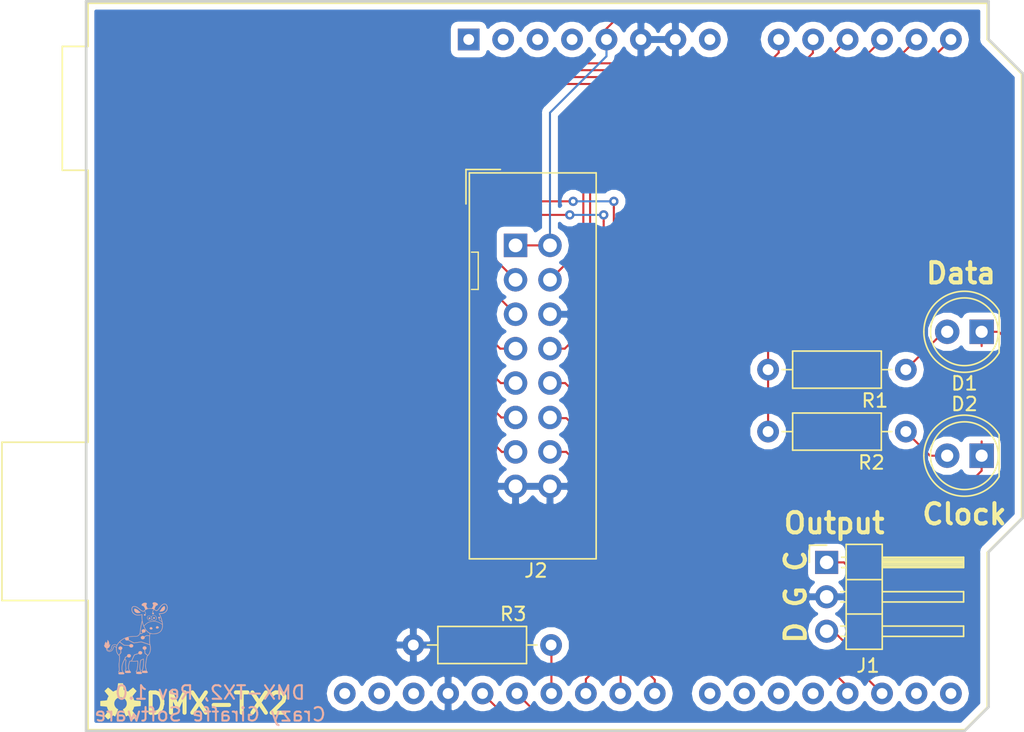
<source format=kicad_pcb>
(kicad_pcb (version 20171130) (host pcbnew "(5.0.0)")
  (title_block (title "DMX Demonstrator - Transmitter for Control-Pro (DMX-TX2)") (date 2020-09-25) (rev 1.0) (company "Crazy Giraffe Software") (comment 2 "Designed by: SparkyBobo") (comment 3 "https://creativecommons.org/licenses/by-sa/4.0/ ") (comment 4 "Released under the Creative Commons Attribution Share-Alike 4.0 License"))
  (layers (0 F.Cu signal) (31 B.Cu signal) (34 B.Paste user) (35 F.Paste user) (36 B.SilkS user) (37 F.SilkS user) (38 B.Mask user) (39 F.Mask user) (44 Edge.Cuts user))
  (net 0 "")
  (net 1 +5V)
  (net 2 /A1)
  (net 3 GND)
  (net 4 /A0)
  (net 5 "Net-(D1-Pad2)")
  (net 6 "Net-(D2-Pad2)")
  (net 7 "Net-(A1-Pad32)")
  (net 8 "Net-(A1-Pad31)")
  (net 9 "Net-(A1-Pad1)")
  (net 10 "Net-(A1-Pad2)")
  (net 11 "Net-(A1-Pad3)")
  (net 12 "Net-(A1-Pad4)")
  (net 13 "Net-(A1-Pad8)")
  (net 14 "Net-(A1-Pad26)")
  (net 15 /A2)
  (net 16 /A4)
  (net 17 "Net-(A1-Pad15)")
  (net 18 "Net-(A1-Pad16)")
  (net 19 /A5)
  (net 20 /~DATA)
  (net 21 /~CLOCK)
  (net 22 /~CLK_SLO)
  (net 23 /~CLK_FST)
  (net 24 /RX)
  (net 25 /RXCLK)
  (net 26 "Net-(A1-Pad30)")
  (net 27 "Net-(A1-Pad19)")
  (net 28 "Net-(A1-Pad20)")
  (net 29 "Net-(A1-Pad21)")
  (net 30 "Net-(A1-Pad22)")
  (net 31 /~HWD_DT)
  (net 32 /A3)
  (module Connector_IDC:IDC-Header_2x08_P2.54mm_Vertical (layer F.Cu) (at 148 81)
    (fp_text reference J2 (at 1.5 24) (layer F.SilkS))
    (fp_text value INPUT)
    (pad 1 thru_hole rect (at 0 0) (size 1.7272 1.7272) (drill 1.016) (layers *.Cu *.Mask) (net 1 +5V))
    (pad 2 thru_hole oval (at 2.54 0) (size 1.7272 1.7272) (drill 1.016) (layers *.Cu *.Mask) (net 1 +5V))
    (pad 3 thru_hole oval (at 0 2.54) (size 1.7272 1.7272) (drill 1.016) (layers *.Cu *.Mask) (net 21 /~CLOCK))
    (pad 4 thru_hole oval (at 2.54 2.54) (size 1.7272 1.7272) (drill 1.016) (layers *.Cu *.Mask) (net 16 /A4))
    (pad 5 thru_hole oval (at 0 5.08) (size 1.7272 1.7272) (drill 1.016) (layers *.Cu *.Mask) (net 20 /~DATA))
    (pad 6 thru_hole oval (at 2.54 5.08) (size 1.7272 1.7272) (drill 1.016) (layers *.Cu *.Mask) (net 3 GND))
    (pad 7 thru_hole oval (at 0 7.62) (size 1.7272 1.7272) (drill 1.016) (layers *.Cu *.Mask) (net 32 /A3))
    (pad 8 thru_hole oval (at 2.54 7.62) (size 1.7272 1.7272) (drill 1.016) (layers *.Cu *.Mask) (net 19 /A5))
    (pad 9 thru_hole oval (at 0 10.16) (size 1.7272 1.7272) (drill 1.016) (layers *.Cu *.Mask) (net 15 /A2))
    (pad 10 thru_hole oval (at 2.54 10.16) (size 1.7272 1.7272) (drill 1.016) (layers *.Cu *.Mask) (net 22 /~CLK_SLO))
    (pad 11 thru_hole oval (at 0 12.7) (size 1.7272 1.7272) (drill 1.016) (layers *.Cu *.Mask) (net 2 /A1))
    (pad 12 thru_hole oval (at 2.54 12.7) (size 1.7272 1.7272) (drill 1.016) (layers *.Cu *.Mask) (net 23 /~CLK_FST))
    (pad 13 thru_hole oval (at 0 15.24) (size 1.7272 1.7272) (drill 1.016) (layers *.Cu *.Mask) (net 4 /A0))
    (pad 14 thru_hole oval (at 2.54 15.24) (size 1.7272 1.7272) (drill 1.016) (layers *.Cu *.Mask) (net 31 /~HWD_DT))
    (pad 15 thru_hole oval (at 0 17.78) (size 1.7272 1.7272) (drill 1.016) (layers *.Cu *.Mask) (net 3 GND))
    (pad 16 thru_hole oval (at 2.54 17.78) (size 1.7272 1.7272) (drill 1.016) (layers *.Cu *.Mask) (net 3 GND))
  )
  (module Resistor_THT:R_Axial_DIN0207_L6.3mm_D2.5mm_P10.16mm_Horizontal (layer F.Cu) (at 166.624 94.742)
    (fp_text reference R2 (at 7.62 2.286) (layer F.SilkS))
    (fp_text value 330)
    (pad 2 thru_hole oval (at 10.16 0) (size 1.6 1.6) (drill 0.8) (layers *.Cu *.Mask) (net 6 "Net-(D2-Pad2)"))
    (pad 1 thru_hole circle (at 0 0) (size 1.6 1.6) (drill 0.8) (layers *.Cu *.Mask) (net 1 +5V))
  )
  (module Resistor_THT:R_Axial_DIN0207_L6.3mm_D2.5mm_P10.16mm_Horizontal (layer F.Cu) (at 150.622 110.49 180)
    (fp_text reference R3 (at 2.794 2.286 180) (layer F.SilkS))
    (fp_text value 330)
    (pad 2 thru_hole oval (at 10.16 0 180) (size 1.6 1.6) (drill 0.8) (layers *.Cu *.Mask) (net 3 GND))
    (pad 1 thru_hole circle (at 0 0 180) (size 1.6 1.6) (drill 0.8) (layers *.Cu *.Mask) (net 14 "Net-(A1-Pad26)"))
  )
  (module Resistor_THT:R_Axial_DIN0207_L6.3mm_D2.5mm_P10.16mm_Horizontal (layer F.Cu) (at 166.624 90.17)
    (fp_text reference R1 (at 7.874 2.286) (layer F.SilkS))
    (fp_text value 330)
    (pad 1 thru_hole circle (at 0 0) (size 1.6 1.6) (drill 0.8) (layers *.Cu *.Mask) (net 1 +5V))
    (pad 2 thru_hole oval (at 10.16 0) (size 1.6 1.6) (drill 0.8) (layers *.Cu *.Mask) (net 5 "Net-(D1-Pad2)"))
  )
  (module LED_THT:LED_D5.0mm (layer F.Cu) (at 182.372 87.376 180)
    (fp_text reference D1 (at 1.27 -3.81 180) (layer F.SilkS))
    (fp_text value DATA)
    (pad 1 thru_hole rect (at 0 0 180) (size 1.8 1.8) (drill 0.9) (layers *.Cu *.Mask) (net 20 /~DATA))
    (pad 2 thru_hole circle (at 2.54 0 180) (size 1.8 1.8) (drill 0.9) (layers *.Cu *.Mask) (net 5 "Net-(D1-Pad2)"))
  )
  (module Connector_PinHeader_2.54mm:PinHeader_1x03_P2.54mm_Horizontal (layer F.Cu) (at 170.942 104.394)
    (fp_text reference J1 (at 3.048 7.62 180) (layer F.SilkS))
    (fp_text value Output)
    (pad 1 thru_hole rect (at 0 0) (size 1.7 1.7) (drill 1) (layers *.Cu *.Mask) (net 25 /RXCLK))
    (pad 2 thru_hole oval (at 0 2.54) (size 1.7 1.7) (drill 1) (layers *.Cu *.Mask) (net 3 GND))
    (pad 3 thru_hole oval (at 0 5.08) (size 1.7 1.7) (drill 1) (layers *.Cu *.Mask) (net 24 /RX))
  )
  (module LED_THT:LED_D5.0mm (layer F.Cu) (at 182.372 96.52 180)
    (fp_text reference D2 (at 1.27 3.81 180) (layer F.SilkS))
    (fp_text value CLOCK)
    (pad 2 thru_hole circle (at 2.54 0 180) (size 1.8 1.8) (drill 0.9) (layers *.Cu *.Mask) (net 6 "Net-(D2-Pad2)"))
    (pad 1 thru_hole rect (at 0 0 180) (size 1.8 1.8) (drill 0.9) (layers *.Cu *.Mask) (net 21 /~CLOCK))
  )
  (module Module:Arduino_UNO_R3 (layer F.Cu) (at 144.547001 65.807001)
    (fp_text reference A1 hide)
    (fp_text value Arduino_UNO_R3)
    (pad 32 thru_hole oval (at -9.14 48.26 90) (size 1.6 1.6) (drill 0.8) (layers *.Cu *.Mask) (net 7 "Net-(A1-Pad32)"))
    (pad 31 thru_hole oval (at -6.6 48.26 90) (size 1.6 1.6) (drill 0.8) (layers *.Cu *.Mask) (net 8 "Net-(A1-Pad31)"))
    (pad 1 thru_hole rect (at 0 0 90) (size 1.6 1.6) (drill 0.8) (layers *.Cu *.Mask) (net 9 "Net-(A1-Pad1)"))
    (pad 17 thru_hole oval (at 30.48 48.26 90) (size 1.6 1.6) (drill 0.8) (layers *.Cu *.Mask) (net 20 /~DATA))
    (pad 2 thru_hole oval (at 2.54 0 90) (size 1.6 1.6) (drill 0.8) (layers *.Cu *.Mask) (net 10 "Net-(A1-Pad2)"))
    (pad 18 thru_hole oval (at 27.94 48.26 90) (size 1.6 1.6) (drill 0.8) (layers *.Cu *.Mask) (net 21 /~CLOCK))
    (pad 3 thru_hole oval (at 5.08 0 90) (size 1.6 1.6) (drill 0.8) (layers *.Cu *.Mask) (net 11 "Net-(A1-Pad3)"))
    (pad 19 thru_hole oval (at 25.4 48.26 90) (size 1.6 1.6) (drill 0.8) (layers *.Cu *.Mask) (net 27 "Net-(A1-Pad19)"))
    (pad 4 thru_hole oval (at 7.62 0 90) (size 1.6 1.6) (drill 0.8) (layers *.Cu *.Mask) (net 12 "Net-(A1-Pad4)"))
    (pad 20 thru_hole oval (at 22.86 48.26 90) (size 1.6 1.6) (drill 0.8) (layers *.Cu *.Mask) (net 28 "Net-(A1-Pad20)"))
    (pad 5 thru_hole oval (at 10.16 0 90) (size 1.6 1.6) (drill 0.8) (layers *.Cu *.Mask) (net 1 +5V))
    (pad 21 thru_hole oval (at 20.32 48.26 90) (size 1.6 1.6) (drill 0.8) (layers *.Cu *.Mask) (net 29 "Net-(A1-Pad21)"))
    (pad 6 thru_hole oval (at 12.7 0 90) (size 1.6 1.6) (drill 0.8) (layers *.Cu *.Mask) (net 3 GND))
    (pad 22 thru_hole oval (at 17.78 48.26 90) (size 1.6 1.6) (drill 0.8) (layers *.Cu *.Mask) (net 30 "Net-(A1-Pad22)"))
    (pad 7 thru_hole oval (at 15.24 0 90) (size 1.6 1.6) (drill 0.8) (layers *.Cu *.Mask) (net 3 GND))
    (pad 23 thru_hole oval (at 13.72 48.26 90) (size 1.6 1.6) (drill 0.8) (layers *.Cu *.Mask) (net 22 /~CLK_SLO))
    (pad 8 thru_hole oval (at 17.78 0 90) (size 1.6 1.6) (drill 0.8) (layers *.Cu *.Mask) (net 13 "Net-(A1-Pad8)"))
    (pad 24 thru_hole oval (at 11.18 48.26 90) (size 1.6 1.6) (drill 0.8) (layers *.Cu *.Mask) (net 23 /~CLK_FST))
    (pad 9 thru_hole oval (at 22.86 0 90) (size 1.6 1.6) (drill 0.8) (layers *.Cu *.Mask) (net 4 /A0))
    (pad 25 thru_hole oval (at 8.64 48.26 90) (size 1.6 1.6) (drill 0.8) (layers *.Cu *.Mask) (net 31 /~HWD_DT))
    (pad 10 thru_hole oval (at 25.4 0 90) (size 1.6 1.6) (drill 0.8) (layers *.Cu *.Mask) (net 2 /A1))
    (pad 26 thru_hole oval (at 6.1 48.26 90) (size 1.6 1.6) (drill 0.8) (layers *.Cu *.Mask) (net 14 "Net-(A1-Pad26)"))
    (pad 11 thru_hole oval (at 27.94 0 90) (size 1.6 1.6) (drill 0.8) (layers *.Cu *.Mask) (net 15 /A2))
    (pad 27 thru_hole oval (at 3.56 48.26 90) (size 1.6 1.6) (drill 0.8) (layers *.Cu *.Mask) (net 24 /RX))
    (pad 12 thru_hole oval (at 30.48 0 90) (size 1.6 1.6) (drill 0.8) (layers *.Cu *.Mask) (net 32 /A3))
    (pad 28 thru_hole oval (at 1.02 48.26 90) (size 1.6 1.6) (drill 0.8) (layers *.Cu *.Mask) (net 25 /RXCLK))
    (pad 13 thru_hole oval (at 33.02 0 90) (size 1.6 1.6) (drill 0.8) (layers *.Cu *.Mask) (net 16 /A4))
    (pad 29 thru_hole oval (at -1.52 48.26 90) (size 1.6 1.6) (drill 0.8) (layers *.Cu *.Mask) (net 3 GND))
    (pad 14 thru_hole oval (at 35.56 0 90) (size 1.6 1.6) (drill 0.8) (layers *.Cu *.Mask) (net 19 /A5))
    (pad 30 thru_hole oval (at -4.06 48.26 90) (size 1.6 1.6) (drill 0.8) (layers *.Cu *.Mask) (net 26 "Net-(A1-Pad30)"))
    (pad 15 thru_hole oval (at 35.56 48.26 90) (size 1.6 1.6) (drill 0.8) (layers *.Cu *.Mask) (net 17 "Net-(A1-Pad15)"))
    (pad 16 thru_hole oval (at 33.02 48.26 90) (size 1.6 1.6) (drill 0.8) (layers *.Cu *.Mask) (net 18 "Net-(A1-Pad16)"))
  )
  (module Aesthetics:OSHW-LOGO-S (layer F.Cu) (at 118.872 114.808)
    (fp_text reference "" (at 0 0) (layer F.SilkS) (effects (font (size 1.524 1.524))))
    (fp_text value "" (at 0 0) (layer F.SilkS) (effects (font (size 1.524 1.524))))
  )
  (module footprints:logo_cr_5x5 (layer B.Cu) (at 120 110 180)
    (fp_text reference G*** hide)
    (fp_text value LOGO hide)
  )
  (gr_line (start 145.25 81.5) (end 144.75 81.5) (layer F.SilkS) (width 0.1))
  (gr_line (start 144.75 84.25) (end 145.25 84.25) (layer F.SilkS) (width 0.1))
  (gr_line (start 145.25 81.5) (end 145.25 84.25) (layer F.SilkS) (width 0.1))
  (gr_text "DMX-TX2, Rev 1.0\nCrazy Giraffe Software" (at 125.476 114.808) (layer B.SilkS) (effects (font (size 1 1)) (justify mirror)))
  (gr_line (start 116.332 116.84) (end 116.332 62.992) (layer Edge.Cuts) (width 0.2))
  (gr_line (start 181.102 116.84) (end 116.332 116.84) (layer Edge.Cuts) (width 0.2))
  (gr_line (start 182.88 115.062) (end 181.102 116.84) (layer Edge.Cuts) (width 0.2))
  (gr_line (start 182.88 103.632) (end 182.88 115.062) (layer Edge.Cuts) (width 0.2))
  (gr_line (start 185.42 101.092) (end 182.88 103.632) (layer Edge.Cuts) (width 0.2))
  (gr_line (start 185.42 68.326) (end 185.42 101.092) (layer Edge.Cuts) (width 0.2))
  (gr_line (start 182.88 65.786) (end 185.42 68.326) (layer Edge.Cuts) (width 0.2))
  (gr_line (start 182.88 62.992) (end 182.88 65.786) (layer Edge.Cuts) (width 0.2))
  (gr_line (start 116.332 62.992) (end 182.88 62.992) (layer Edge.Cuts) (width 0.2))
  (gr_text DMX-TX2 (at 125.984 114.808) (layer F.SilkS) (effects (font (size 1.5 1.5) (thickness 0.3))))
  (gr_text Clock (at 181.102 100.838) (layer F.SilkS) (effects (font (size 1.5 1.5) (thickness 0.3))))
  (gr_text Output (at 171.5 101.5) (layer F.SilkS) (effects (font (size 1.5 1.5) (thickness 0.3))))
  (gr_text "D G C" (at 168.656 106.934 90) (layer F.SilkS) (effects (font (size 1.5 1.5) (thickness 0.3))))
  (gr_text Data (at 180.848 83.058) (layer F.SilkS) (effects (font (size 1.5 1.5) (thickness 0.3))))
  (segment (start 155.702 64.008) (end 154.707001 65.002999) (width 0.1524) (layer F.Cu) (net 1))
  (segment (start 181.102 64.008) (end 155.702 64.008) (width 0.1524) (layer F.Cu) (net 1))
  (segment (start 154.707001 65.002999) (end 154.707001 65.807001) (width 0.1524) (layer F.Cu) (net 1))
  (segment (start 166.624 71.376) (end 167.5 70.5) (width 0.1524) (layer F.Cu) (net 1))
  (segment (start 166.624 90.17) (end 166.624 71.376) (width 0.1524) (layer F.Cu) (net 1))
  (segment (start 167.5 70.5) (end 178 70.5) (width 0.1524) (layer F.Cu) (net 1))
  (segment (start 178 70.5) (end 181.864 66.636) (width 0.1524) (layer F.Cu) (net 1))
  (segment (start 181.864 66.636) (end 181.864 64.77) (width 0.1524) (layer F.Cu) (net 1))
  (segment (start 181.864 64.77) (end 181.102 64.008) (width 0.1524) (layer F.Cu) (net 1))
  (segment (start 166.624 93.61063) (end 166.624 90.17) (width 0.1524) (layer F.Cu) (net 1))
  (segment (start 166.624 94.742) (end 166.624 93.61063) (width 0.1524) (layer F.Cu) (net 1))
  (segment (start 154.707001 67.042999) (end 154.707001 65.807001) (width 0.1524) (layer B.Cu) (net 1))
  (segment (start 150.54 71.21) (end 154.707001 67.042999) (width 0.1524) (layer B.Cu) (net 1))
  (segment (start 150.54 71.21) (end 150.54 81) (width 0.1524) (layer B.Cu) (net 1))
  (segment (start 149.016 81) (end 150.54 81) (width 0.1524) (layer F.Cu) (net 1))
  (segment (start 148 81) (end 149.016 81) (width 0.1524) (layer F.Cu) (net 1))
  (segment (start 146.95 93.7) (end 148 93.7) (width 0.1524) (layer F.Cu) (net 2))
  (segment (start 144.25 91) (end 146.95 93.7) (width 0.1524) (layer F.Cu) (net 2))
  (segment (start 169.926 65.786) (end 169.926 66.802) (width 0.1524) (layer F.Cu) (net 2))
  (segment (start 169.947001 65.807001) (end 169.926 65.786) (width 0.1524) (layer F.Cu) (net 2))
  (segment (start 169.926 66.802) (end 168.656 68.072) (width 0.1524) (layer F.Cu) (net 2))
  (segment (start 168.656 68.072) (end 147.928 68.072) (width 0.1524) (layer F.Cu) (net 2))
  (segment (start 147.928 68.072) (end 144.25 71.75) (width 0.1524) (layer F.Cu) (net 2))
  (segment (start 144.25 71.75) (end 144.25 91) (width 0.1524) (layer F.Cu) (net 2))
  (segment (start 146.99 96.24) (end 148 96.24) (width 0.1524) (layer F.Cu) (net 4))
  (segment (start 167.407001 66.780999) (end 166.624 67.564) (width 0.1524) (layer F.Cu) (net 4))
  (segment (start 167.407001 65.807001) (end 167.407001 66.780999) (width 0.1524) (layer F.Cu) (net 4))
  (segment (start 166.624 67.564) (end 147.686 67.564) (width 0.1524) (layer F.Cu) (net 4))
  (segment (start 147.686 67.564) (end 143.75 71.5) (width 0.1524) (layer F.Cu) (net 4))
  (segment (start 143.75 71.5) (end 143.75 93) (width 0.1524) (layer F.Cu) (net 4))
  (segment (start 143.75 93) (end 146.99 96.24) (width 0.1524) (layer F.Cu) (net 4))
  (segment (start 179.578 87.376) (end 179.832 87.376) (width 0.1524) (layer F.Cu) (net 5))
  (segment (start 176.784 90.17) (end 179.578 87.376) (width 0.1524) (layer F.Cu) (net 5))
  (segment (start 178.562 96.52) (end 179.832 96.52) (width 0.1524) (layer F.Cu) (net 6))
  (segment (start 176.784 94.742) (end 178.562 96.52) (width 0.1524) (layer F.Cu) (net 6))
  (segment (start 150.647001 110.515001) (end 150.622 110.49) (width 0.1524) (layer F.Cu) (net 14))
  (segment (start 150.647001 114.067001) (end 150.647001 110.515001) (width 0.1524) (layer F.Cu) (net 14))
  (segment (start 146.91 91.16) (end 148 91.16) (width 0.1524) (layer F.Cu) (net 15))
  (segment (start 144.75 89) (end 146.91 91.16) (width 0.1524) (layer F.Cu) (net 15))
  (segment (start 144.75 72) (end 144.75 89) (width 0.1524) (layer F.Cu) (net 15))
  (segment (start 148.17 68.58) (end 144.75 72) (width 0.1524) (layer F.Cu) (net 15))
  (segment (start 172.487001 65.807001) (end 169.714002 68.58) (width 0.1524) (layer F.Cu) (net 15))
  (segment (start 169.714002 68.58) (end 148.17 68.58) (width 0.1524) (layer F.Cu) (net 15))
  (segment (start 151.403599 82.676401) (end 150.54 83.54) (width 0.1524) (layer F.Cu) (net 16))
  (segment (start 153 81.08) (end 151.403599 82.676401) (width 0.1524) (layer F.Cu) (net 16))
  (segment (start 153 71) (end 153 81.08) (width 0.1524) (layer F.Cu) (net 16))
  (segment (start 154.5 69.5) (end 153 71) (width 0.1524) (layer F.Cu) (net 16))
  (segment (start 177.567001 65.807001) (end 173.874002 69.5) (width 0.1524) (layer F.Cu) (net 16))
  (segment (start 173.874002 69.5) (end 154.5 69.5) (width 0.1524) (layer F.Cu) (net 16))
  (segment (start 151.63 88.62) (end 150.54 88.62) (width 0.1524) (layer F.Cu) (net 19))
  (segment (start 153.5 86.75) (end 151.63 88.62) (width 0.1524) (layer F.Cu) (net 19))
  (segment (start 153.5 71.25) (end 153.5 86.75) (width 0.1524) (layer F.Cu) (net 19))
  (segment (start 154.75 70) (end 153.5 71.25) (width 0.1524) (layer F.Cu) (net 19))
  (segment (start 180.107001 65.807001) (end 175.914002 70) (width 0.1524) (layer F.Cu) (net 19))
  (segment (start 175.914002 70) (end 154.75 70) (width 0.1524) (layer F.Cu) (net 19))
  (segment (start 182.372 87.376) (end 182.372 88.4284) (width 0.1524) (layer F.Cu) (net 20))
  (segment (start 184.25 87.984) (end 183.642 87.376) (width 0.1524) (layer F.Cu) (net 20))
  (segment (start 183.642 87.376) (end 182.372 87.376) (width 0.1524) (layer F.Cu) (net 20))
  (segment (start 184.25 92) (end 184.25 87.984) (width 0.1524) (layer F.Cu) (net 20))
  (via (at 152.25 77.75) (size 0.6858) (drill 0.3302) (layers F.Cu B.Cu) (net 20))
  (segment (start 152.25 77.75) (end 155.25 77.75) (width 0.1524) (layer B.Cu) (net 20))
  (via (at 155.25 77.75) (size 0.6858) (drill 0.3302) (layers F.Cu B.Cu) (net 20))
  (segment (start 151.765067 77.75) (end 152.25 77.75) (width 0.1524) (layer F.Cu) (net 20))
  (segment (start 147.25 77.75) (end 151.765067 77.75) (width 0.1524) (layer F.Cu) (net 20))
  (segment (start 145.75 79.25) (end 147.25 77.75) (width 0.1524) (layer F.Cu) (net 20))
  (segment (start 148 86.08) (end 145.75 83.83) (width 0.1524) (layer F.Cu) (net 20))
  (segment (start 145.75 83.83) (end 145.75 79.25) (width 0.1524) (layer F.Cu) (net 20))
  (segment (start 155.25 78.234933) (end 155.25 77.75) (width 0.1524) (layer F.Cu) (net 20))
  (segment (start 155.25 91.25) (end 155.25 78.234933) (width 0.1524) (layer F.Cu) (net 20))
  (segment (start 161.5 97.5) (end 155.25 91.25) (width 0.1524) (layer F.Cu) (net 20))
  (segment (start 171.25 97.5) (end 161.5 97.5) (width 0.1524) (layer F.Cu) (net 20))
  (segment (start 184.25 92) (end 176.75 92) (width 0.1524) (layer F.Cu) (net 20))
  (segment (start 176.75 92) (end 171.25 97.5) (width 0.1524) (layer F.Cu) (net 20))
  (segment (start 184.25 98) (end 184.25 92) (width 0.1524) (layer F.Cu) (net 20))
  (segment (start 183.25 99) (end 184.25 98) (width 0.1524) (layer F.Cu) (net 20))
  (segment (start 172.974 112.014) (end 169.672 112.014) (width 0.1524) (layer F.Cu) (net 20))
  (segment (start 175.027001 114.067001) (end 172.974 112.014) (width 0.1524) (layer F.Cu) (net 20))
  (segment (start 169.672 112.014) (end 167.386 109.728) (width 0.1524) (layer F.Cu) (net 20))
  (segment (start 167.386 109.728) (end 167.386 99.364) (width 0.1524) (layer F.Cu) (net 20))
  (segment (start 167.386 99.364) (end 167.75 99) (width 0.1524) (layer F.Cu) (net 20))
  (segment (start 167.75 99) (end 183.25 99) (width 0.1524) (layer F.Cu) (net 20))
  (segment (start 182.372 96.52) (end 182.372 95.4676) (width 0.1524) (layer F.Cu) (net 21))
  (segment (start 166.878 98.372) (end 167 98.25) (width 0.1524) (layer F.Cu) (net 21))
  (segment (start 166.878 109.982) (end 166.878 98.372) (width 0.1524) (layer F.Cu) (net 21))
  (segment (start 172.487001 114.067001) (end 172.487001 113.559001) (width 0.1524) (layer F.Cu) (net 21))
  (segment (start 172.487001 113.559001) (end 171.45 112.522) (width 0.1524) (layer F.Cu) (net 21))
  (segment (start 171.45 112.522) (end 169.418 112.522) (width 0.1524) (layer F.Cu) (net 21))
  (segment (start 169.418 112.522) (end 166.878 109.982) (width 0.1524) (layer F.Cu) (net 21))
  (segment (start 181.75 98.25) (end 167 98.25) (width 0.1524) (layer F.Cu) (net 21))
  (segment (start 182.372 96.52) (end 182.372 97.628) (width 0.1524) (layer F.Cu) (net 21))
  (segment (start 182.372 97.628) (end 181.75 98.25) (width 0.1524) (layer F.Cu) (net 21))
  (via (at 154.5 78.75) (size 0.6858) (drill 0.3302) (layers F.Cu B.Cu) (net 21))
  (via (at 152.000004 78.75) (size 0.6858) (drill 0.3302) (layers F.Cu B.Cu) (net 21))
  (segment (start 154.5 78.75) (end 152.000004 78.75) (width 0.1524) (layer B.Cu) (net 21))
  (segment (start 151.515071 78.75) (end 152.000004 78.75) (width 0.1524) (layer F.Cu) (net 21))
  (segment (start 147 78.75) (end 151.515071 78.75) (width 0.1524) (layer F.Cu) (net 21))
  (segment (start 146.25 79.5) (end 147 78.75) (width 0.1524) (layer F.Cu) (net 21))
  (segment (start 148 83.54) (end 146.25 81.79) (width 0.1524) (layer F.Cu) (net 21))
  (segment (start 146.25 81.79) (end 146.25 79.5) (width 0.1524) (layer F.Cu) (net 21))
  (segment (start 154.5 79.234933) (end 154.5 78.75) (width 0.1524) (layer F.Cu) (net 21))
  (segment (start 154.5 91.75) (end 154.5 79.234933) (width 0.1524) (layer F.Cu) (net 21))
  (segment (start 167 98.25) (end 161 98.25) (width 0.1524) (layer F.Cu) (net 21))
  (segment (start 161 98.25) (end 154.5 91.75) (width 0.1524) (layer F.Cu) (net 21))
  (segment (start 158.267001 113.055001) (end 158.267001 114.067001) (width 0.1524) (layer F.Cu) (net 22))
  (segment (start 156.25 111.038) (end 158.267001 113.055001) (width 0.1524) (layer F.Cu) (net 22))
  (segment (start 156.25 95.75) (end 156.25 111.038) (width 0.1524) (layer F.Cu) (net 22))
  (segment (start 150.54 91.16) (end 151.66 91.16) (width 0.1524) (layer F.Cu) (net 22))
  (segment (start 151.66 91.16) (end 156.25 95.75) (width 0.1524) (layer F.Cu) (net 22))
  (segment (start 155.75 114.044002) (end 155.727001 114.067001) (width 0.1524) (layer F.Cu) (net 23))
  (segment (start 155.75 97.75) (end 155.75 114.044002) (width 0.1524) (layer F.Cu) (net 23))
  (segment (start 151.75 93.75) (end 155.75 97.75) (width 0.1524) (layer F.Cu) (net 23))
  (segment (start 150.54 93.7) (end 150.59 93.75) (width 0.1524) (layer F.Cu) (net 23))
  (segment (start 150.59 93.75) (end 151.75 93.75) (width 0.1524) (layer F.Cu) (net 23))
  (segment (start 171.45 109.474) (end 170.942 109.474) (width 0.1524) (layer F.Cu) (net 24))
  (segment (start 174.498 112.522) (end 171.45 109.474) (width 0.1524) (layer F.Cu) (net 24))
  (segment (start 149.61 115.57) (end 180.594 115.57) (width 0.1524) (layer F.Cu) (net 24))
  (segment (start 180.594 115.57) (end 181.61 114.554) (width 0.1524) (layer F.Cu) (net 24))
  (segment (start 181.61 114.554) (end 181.61 113.284) (width 0.1524) (layer F.Cu) (net 24))
  (segment (start 148.107001 114.067001) (end 149.61 115.57) (width 0.1524) (layer F.Cu) (net 24))
  (segment (start 181.61 113.284) (end 180.848 112.522) (width 0.1524) (layer F.Cu) (net 24))
  (segment (start 180.848 112.522) (end 174.498 112.522) (width 0.1524) (layer F.Cu) (net 24))
  (segment (start 172.72 104.902) (end 172.212 104.394) (width 0.1524) (layer F.Cu) (net 25))
  (segment (start 172.212 104.394) (end 170.942 104.394) (width 0.1524) (layer F.Cu) (net 25))
  (segment (start 172.72 109.982) (end 172.72 104.902) (width 0.1524) (layer F.Cu) (net 25))
  (segment (start 174.752 112.014) (end 172.72 109.982) (width 0.1524) (layer F.Cu) (net 25))
  (segment (start 147.578 116.078) (end 180.848 116.078) (width 0.1524) (layer F.Cu) (net 25))
  (segment (start 145.567001 114.067001) (end 147.578 116.078) (width 0.1524) (layer F.Cu) (net 25))
  (segment (start 180.848 116.078) (end 182.118 114.808) (width 0.1524) (layer F.Cu) (net 25))
  (segment (start 182.118 114.808) (end 182.118 113.03) (width 0.1524) (layer F.Cu) (net 25))
  (segment (start 182.118 113.03) (end 181.102 112.014) (width 0.1524) (layer F.Cu) (net 25))
  (segment (start 181.102 112.014) (end 174.752 112.014) (width 0.1524) (layer F.Cu) (net 25))
  (segment (start 153.187001 113.004999) (end 153.187001 114.067001) (width 0.1524) (layer F.Cu) (net 31))
  (segment (start 155.25 110.942) (end 153.187001 113.004999) (width 0.1524) (layer F.Cu) (net 31))
  (segment (start 155.25 99.75) (end 155.25 110.942) (width 0.1524) (layer F.Cu) (net 31))
  (segment (start 150.54 96.24) (end 151.74 96.24) (width 0.1524) (layer F.Cu) (net 31))
  (segment (start 151.74 96.24) (end 155.25 99.75) (width 0.1524) (layer F.Cu) (net 31))
  (segment (start 146.87 88.62) (end 148 88.62) (width 0.1524) (layer F.Cu) (net 32))
  (segment (start 145.25 87) (end 146.87 88.62) (width 0.1524) (layer F.Cu) (net 32))
  (segment (start 145.25 72.25) (end 145.25 87) (width 0.1524) (layer F.Cu) (net 32))
  (segment (start 148.412 69.088) (end 145.25 72.25) (width 0.1524) (layer F.Cu) (net 32))
  (segment (start 175.027001 65.807001) (end 171.746002 69.088) (width 0.1524) (layer F.Cu) (net 32))
  (segment (start 171.746002 69.088) (end 148.412 69.088) (width 0.1524) (layer F.Cu) (net 32))
  (zone (net 3) (net_name GND) (layer B.Cu) (connect_pads (clearance 0.508)) (min_thickness 0.254) (fill yes (arc_segments 16) (thermal_gap 0.508) (thermal_bridge_width 0.508))
    (polygon (pts (xy 116.586 63.246) (xy 182.626 63.246) (xy 182.626 65.786) (xy 185.166 68.326) (xy 185.166 101.092) (xy 182.626 103.632) (xy 182.626 115.062) (xy 181.102 116.586) (xy 116.586 116.586)))
  )
)
</source>
